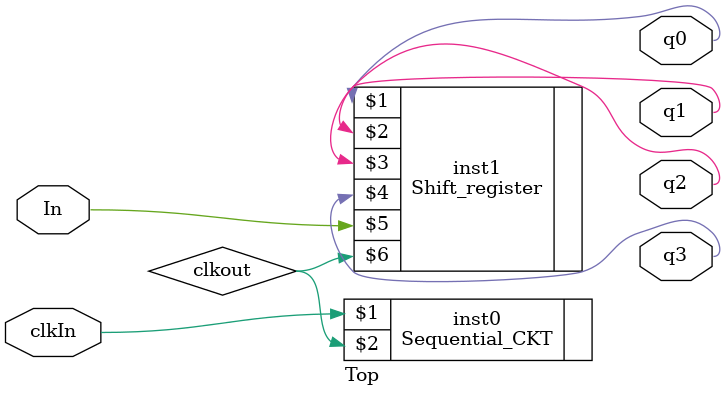
<source format=v>
`timescale 1ns / 1ps
module Top(clkIn, In, q0, q1, q2, q3);
input clkIn, In;
output q0, q1, q2, q3;
wire clkout;

Sequential_CKT inst0(clkIn, clkout);
Shift_register inst1(q0, q1, q2, q3, In, clkout);



endmodule


</source>
